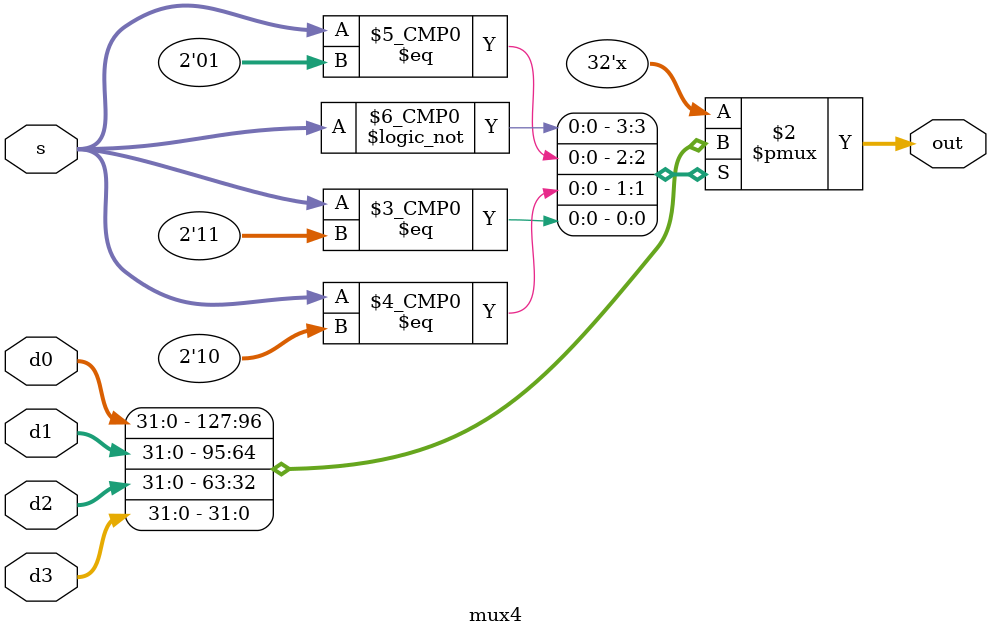
<source format=sv>
module mux4 #(parameter WIDTH = 32) (input logic [WIDTH-1:0] d0, d1, d2, d3,
                                    input logic [1:0] s, 
                                    output logic [WIDTH-1:0] out);
    always_comb begin
        case (s)
            2'b00: out = d0;
            2'b01: out = d1;
            2'b10: out = d2;
            2'b11: out = d3;
            default : out = d0;
        endcase
    end
endmodule
</source>
